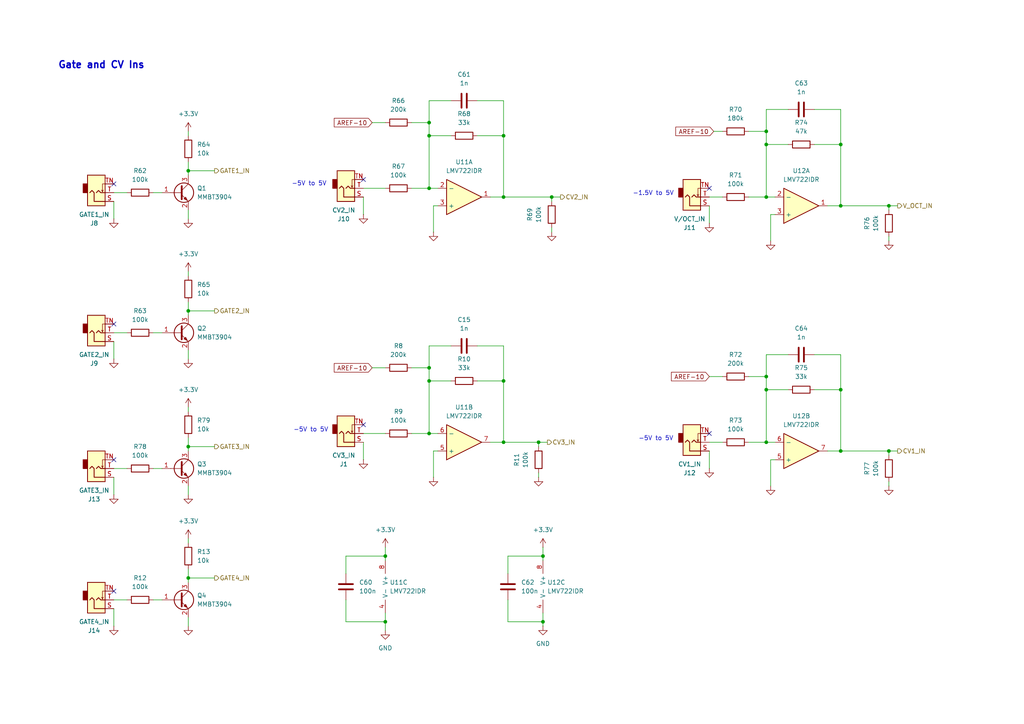
<source format=kicad_sch>
(kicad_sch (version 20250114) (generator "eeschema") (generator_version "9.0")
  (paper "A4")
  (lib_symbols
    (symbol "Connector_Audio:AudioJack2_SwitchT"
      (property "Reference" "J" (at 0 8.89 0))
      (property "Value" "AudioJack2_SwitchT" (at 0 6.35 0))
      (symbol "AudioJack2_SwitchT_0_1"
        (rectangle (start -2.54 0) (end -3.81 -2.54) (stroke (width 0.254)) (fill (type outline)))
        (polyline (pts (xy 0 0) (xy 0.635 -0.635) (xy 1.27 0) (xy 2.54 0)) (stroke (width 0.254)))
        (polyline (pts (xy 1.778 -0.254) (xy 2.032 -0.762)))
        (rectangle (start 2.54 3.81) (end -2.54 -5.08) (stroke (width 0.254)) (fill (type background)))
        (polyline (pts (xy 2.54 2.54) (xy -0.635 2.54) (xy -0.635 0) (xy -1.27 -0.635) (xy -1.905 0)) (stroke (width 0.254)))
        (polyline (pts (xy 2.54 -2.54) (xy 1.778 -2.54) (xy 1.778 -0.254) (xy 1.524 -0.762)))
      )
      (symbol "AudioJack2_SwitchT_1_1"
        (pin passive line (at 5.08 2.54 180) (length 2.54) (name "~") (number "S"))
        (pin passive line (at 5.08 0 180) (length 2.54) (name "~") (number "T"))
        (pin passive line (at 5.08 -2.54 180) (length 2.54) (name "~") (number "TN"))
      )
    )
    (symbol "Device:C" (pin_numbers (hide yes)) (pin_names (offset 0.254))
      (property "Reference" "C" (at 0.635 2.54 0))
      (property "Value" "C" (at 0.635 -2.54 0))
      (symbol "C_0_1"
        (polyline (pts (xy -2.032 0.762) (xy 2.032 0.762)) (stroke (width 0.508)))
        (polyline (pts (xy -2.032 -0.762) (xy 2.032 -0.762)) (stroke (width 0.508)))
      )
      (symbol "C_1_1"
        (pin passive line (at 0 3.81 270) (length 2.794) (name "~") (number "1"))
        (pin passive line (at 0 -3.81 90) (length 2.794) (name "~") (number "2"))
      )
    )
    (symbol "Device:Opamp_Dual"
      (property "Reference" "U" (at 0 5.08 0))
      (property "Value" "Opamp_Dual" (at 0 -5.08 0))
      (symbol "Opamp_Dual_1_1"
        (polyline (pts (xy -5.08 5.08) (xy 5.08 0) (xy -5.08 -5.08) (xy -5.08 5.08)) (stroke (width 0.254)) (fill (type background)))
        (pin input line (at -7.62 2.54 0) (length 2.54) (name "+") (number "3"))
        (pin input line (at -7.62 -2.54 0) (length 2.54) (name "-") (number "2"))
        (pin output line (at 7.62 0 180) (length 2.54) (name "~") (number "1"))
      )
      (symbol "Opamp_Dual_2_1"
        (polyline (pts (xy -5.08 5.08) (xy 5.08 0) (xy -5.08 -5.08) (xy -5.08 5.08)) (stroke (width 0.254)) (fill (type background)))
        (pin input line (at -7.62 2.54 0) (length 2.54) (name "+") (number "5"))
        (pin input line (at -7.62 -2.54 0) (length 2.54) (name "-") (number "6"))
        (pin output line (at 7.62 0 180) (length 2.54) (name "~") (number "7"))
      )
      (symbol "Opamp_Dual_3_1"
        (pin power_in line (at -2.54 7.62 270) (length 3.81) (name "V+") (number "8"))
        (pin power_in line (at -2.54 -7.62 90) (length 3.81) (name "V-") (number "4"))
      )
    )
    (symbol "Device:R" (pin_numbers (hide yes)) (pin_names (offset 0))
      (property "Reference" "R" (at 2.032 0 90))
      (property "Value" "R" (at 0 0 90))
      (symbol "R_0_1"
        (rectangle (start -1.016 -2.54) (end 1.016 2.54) (stroke (width 0.254)))
      )
      (symbol "R_1_1"
        (pin passive line (at 0 3.81 270) (length 1.27) (name "~") (number "1"))
        (pin passive line (at 0 -3.81 90) (length 1.27) (name "~") (number "2"))
      )
    )
    (symbol "Transistor_BJT:MMBT3904" (pin_names (offset 0) (hide yes))
      (property "Reference" "Q" (at 5.08 1.905 0))
      (property "Value" "MMBT3904" (at 5.08 0 0))
      (symbol "MMBT3904_0_1"
        (polyline (pts (xy -2.54 0) (xy 0.635 0)))
        (polyline (pts (xy 0.635 1.905) (xy 0.635 -1.905)) (stroke (width 0.508)))
        (circle (center 1.27 0) (radius 2.8194) (stroke (width 0.254)))
      )
      (symbol "MMBT3904_1_1"
        (polyline (pts (xy 0.635 0.635) (xy 2.54 2.54)))
        (polyline (pts (xy 0.635 -0.635) (xy 2.54 -2.54)))
        (polyline (pts (xy 1.27 -1.778) (xy 1.778 -1.27) (xy 2.286 -2.286) (xy 1.27 -1.778)) (fill (type outline)))
        (pin input line (at -5.08 0 0) (length 2.54) (name "B") (number "1"))
        (pin passive line (at 2.54 5.08 270) (length 2.54) (name "C") (number "3"))
        (pin passive line (at 2.54 -5.08 90) (length 2.54) (name "E") (number "2"))
      )
    )
    (symbol "power:+3.3V" (power) (pin_numbers (hide yes)) (pin_names (offset 0) (hide yes))
      (property "Value" "+3.3V" (at 0 3.556 0))
      (symbol "+3.3V_0_1"
        (polyline (pts (xy -0.762 1.27) (xy 0 2.54)))
        (polyline (pts (xy 0 2.54) (xy 0.762 1.27)))
        (polyline (pts (xy 0 0) (xy 0 2.54)))
      )
      (symbol "+3.3V_1_1"
        (pin power_in line (at 0 0 90) (length 0) (name "~") (number "1"))
      )
    )
    (symbol "power:+3V3" (power) (pin_numbers (hide yes)) (pin_names (offset 0) (hide yes))
      (property "Value" "+3V3" (at 0 3.556 0))
      (symbol "+3V3_0_1"
        (polyline (pts (xy -0.762 1.27) (xy 0 2.54)))
        (polyline (pts (xy 0 2.54) (xy 0.762 1.27)))
        (polyline (pts (xy 0 0) (xy 0 2.54)))
      )
      (symbol "+3V3_1_1"
        (pin power_in line (at 0 0 90) (length 0) (name "~") (number "1"))
      )
    )
    (symbol "power:GND" (power) (pin_numbers (hide yes)) (pin_names (offset 0) (hide yes))
      (property "Value" "GND" (at 0 -3.81 0))
      (symbol "GND_0_1"
        (polyline (pts (xy 0 0) (xy 0 -1.27) (xy 1.27 -1.27) (xy 0 -2.54) (xy -1.27 -1.27) (xy 0 -1.27)))
      )
      (symbol "GND_1_1"
        (pin power_in line (at 0 0 270) (length 0) (name "~") (number "1"))
      )
    )
  )
  (text "-5V to 5V" (at 190.246 127.254 0) (effects (font (size 1.27 1.27))))
  (text "-1.5V to 5V" (at 189.484 56.134 0) (effects (font (size 1.27 1.27))))
  (text "-5V to 5V" (at 90.17 124.714 0) (effects (font (size 1.27 1.27))))
  (text "-5V to 5V" (at 89.662 53.34 0) (effects (font (size 1.27 1.27))))
  (text "Gate and CV Ins" (at 16.764 17.78 0) (effects (font (size 2 2) (thickness 0.4) (bold yes)) (justify left top)))
  (junction (at 243.84 59.69))
  (junction (at 124.46 106.68))
  (junction (at 124.46 125.73))
  (junction (at 146.05 128.27))
  (junction (at 243.84 113.03))
  (junction (at 157.48 161.29))
  (junction (at 243.84 41.91))
  (junction (at 146.05 57.15))
  (junction (at 111.76 180.34))
  (junction (at 257.81 59.69))
  (junction (at 124.46 54.61))
  (junction (at 156.21 128.27))
  (junction (at 146.05 39.37))
  (junction (at 222.25 128.27))
  (junction (at 222.25 38.1))
  (junction (at 54.61 167.64))
  (junction (at 160.02 57.15))
  (junction (at 222.25 41.91))
  (junction (at 146.05 110.49))
  (junction (at 54.61 129.54))
  (junction (at 157.48 180.34))
  (junction (at 222.25 109.22))
  (junction (at 124.46 110.49))
  (junction (at 54.61 90.17))
  (junction (at 111.76 161.29))
  (junction (at 222.25 57.15))
  (junction (at 257.81 130.81))
  (junction (at 124.46 35.56))
  (junction (at 54.61 49.53))
  (junction (at 222.25 113.03))
  (junction (at 243.84 130.81))
  (junction (at 124.46 39.37))
  (no_connect (at 105.41 123.19))
  (no_connect (at 33.02 53.34))
  (no_connect (at 33.02 133.35))
  (no_connect (at 205.74 125.73))
  (no_connect (at 33.02 93.98))
  (no_connect (at 105.41 52.07))
  (no_connect (at 33.02 171.45))
  (no_connect (at 205.74 54.61))
  (wire (pts (xy 124.46 54.61) (xy 124.46 39.37)))
  (wire (pts (xy 111.76 180.34) (xy 111.76 177.8)))
  (wire (pts (xy 243.84 113.03) (xy 243.84 130.81)))
  (wire (pts (xy 100.33 180.34) (xy 111.76 180.34)))
  (wire (pts (xy 146.05 110.49) (xy 146.05 128.27)))
  (wire (pts (xy 156.21 129.54) (xy 156.21 128.27)))
  (wire (pts (xy 257.81 59.69) (xy 260.35 59.69)))
  (wire (pts (xy 33.02 55.88) (xy 36.83 55.88)))
  (wire (pts (xy 54.61 87.63) (xy 54.61 90.17)))
  (wire (pts (xy 107.95 106.68) (xy 111.76 106.68)))
  (wire (pts (xy 222.25 57.15) (xy 222.25 41.91)))
  (wire (pts (xy 157.48 161.29) (xy 157.48 162.56)))
  (wire (pts (xy 236.22 31.75) (xy 243.84 31.75)))
  (wire (pts (xy 54.61 165.1) (xy 54.61 167.64)))
  (wire (pts (xy 111.76 158.75) (xy 111.76 161.29)))
  (wire (pts (xy 156.21 138.43) (xy 156.21 137.16)))
  (wire (pts (xy 54.61 46.99) (xy 54.61 49.53)))
  (wire (pts (xy 243.84 41.91) (xy 243.84 59.69)))
  (wire (pts (xy 228.6 31.75) (xy 222.25 31.75)))
  (wire (pts (xy 146.05 29.21) (xy 146.05 39.37)))
  (wire (pts (xy 142.24 128.27) (xy 146.05 128.27)))
  (wire (pts (xy 130.81 100.33) (xy 124.46 100.33)))
  (wire (pts (xy 222.25 128.27) (xy 222.25 113.03)))
  (wire (pts (xy 100.33 161.29) (xy 111.76 161.29)))
  (wire (pts (xy 217.17 128.27) (xy 222.25 128.27)))
  (wire (pts (xy 105.41 54.61) (xy 111.76 54.61)))
  (wire (pts (xy 54.61 38.1) (xy 54.61 39.37)))
  (wire (pts (xy 223.52 69.85) (xy 223.52 62.23)))
  (wire (pts (xy 119.38 35.56) (xy 124.46 35.56)))
  (wire (pts (xy 157.48 158.75) (xy 157.48 161.29)))
  (wire (pts (xy 205.74 57.15) (xy 209.55 57.15)))
  (wire (pts (xy 222.25 113.03) (xy 228.6 113.03)))
  (wire (pts (xy 107.95 35.56) (xy 111.76 35.56)))
  (wire (pts (xy 33.02 176.53) (xy 33.02 181.61)))
  (wire (pts (xy 217.17 57.15) (xy 222.25 57.15)))
  (wire (pts (xy 124.46 29.21) (xy 124.46 35.56)))
  (wire (pts (xy 147.32 161.29) (xy 157.48 161.29)))
  (wire (pts (xy 105.41 57.15) (xy 105.41 62.23)))
  (wire (pts (xy 124.46 100.33) (xy 124.46 106.68)))
  (wire (pts (xy 138.43 100.33) (xy 146.05 100.33)))
  (wire (pts (xy 236.22 113.03) (xy 243.84 113.03)))
  (wire (pts (xy 157.48 180.34) (xy 157.48 177.8)))
  (wire (pts (xy 44.45 135.89) (xy 46.99 135.89)))
  (wire (pts (xy 207.01 38.1) (xy 209.55 38.1)))
  (wire (pts (xy 156.21 128.27) (xy 158.75 128.27)))
  (wire (pts (xy 160.02 57.15) (xy 162.56 57.15)))
  (wire (pts (xy 111.76 161.29) (xy 111.76 162.56)))
  (wire (pts (xy 130.81 29.21) (xy 124.46 29.21)))
  (wire (pts (xy 222.25 109.22) (xy 222.25 113.03)))
  (wire (pts (xy 54.61 118.11) (xy 54.61 119.38)))
  (wire (pts (xy 54.61 140.97) (xy 54.61 143.51)))
  (wire (pts (xy 124.46 125.73) (xy 127 125.73)))
  (wire (pts (xy 119.38 125.73) (xy 124.46 125.73)))
  (wire (pts (xy 205.74 59.69) (xy 205.74 64.77)))
  (wire (pts (xy 138.43 29.21) (xy 146.05 29.21)))
  (wire (pts (xy 124.46 110.49) (xy 124.46 125.73)))
  (wire (pts (xy 146.05 57.15) (xy 142.24 57.15)))
  (wire (pts (xy 33.02 135.89) (xy 36.83 135.89)))
  (wire (pts (xy 44.45 96.52) (xy 46.99 96.52)))
  (wire (pts (xy 54.61 60.96) (xy 54.61 63.5)))
  (wire (pts (xy 54.61 127) (xy 54.61 129.54)))
  (wire (pts (xy 54.61 167.64) (xy 54.61 168.91)))
  (wire (pts (xy 243.84 102.87) (xy 243.84 113.03)))
  (wire (pts (xy 222.25 102.87) (xy 222.25 109.22)))
  (wire (pts (xy 257.81 69.85) (xy 257.81 68.58)))
  (wire (pts (xy 243.84 130.81) (xy 240.03 130.81)))
  (wire (pts (xy 119.38 54.61) (xy 124.46 54.61)))
  (wire (pts (xy 124.46 35.56) (xy 124.46 39.37)))
  (wire (pts (xy 223.52 133.35) (xy 224.79 133.35)))
  (wire (pts (xy 54.61 179.07) (xy 54.61 181.61)))
  (wire (pts (xy 147.32 173.99) (xy 147.32 180.34)))
  (wire (pts (xy 257.81 130.81) (xy 260.35 130.81)))
  (wire (pts (xy 243.84 31.75) (xy 243.84 41.91)))
  (wire (pts (xy 54.61 129.54) (xy 54.61 130.81)))
  (wire (pts (xy 105.41 128.27) (xy 105.41 133.35)))
  (wire (pts (xy 217.17 38.1) (xy 222.25 38.1)))
  (wire (pts (xy 146.05 39.37) (xy 146.05 57.15)))
  (wire (pts (xy 257.81 130.81) (xy 257.81 132.08)))
  (wire (pts (xy 124.46 39.37) (xy 130.81 39.37)))
  (wire (pts (xy 105.41 125.73) (xy 111.76 125.73)))
  (wire (pts (xy 44.45 173.99) (xy 46.99 173.99)))
  (wire (pts (xy 44.45 55.88) (xy 46.99 55.88)))
  (wire (pts (xy 33.02 138.43) (xy 33.02 143.51)))
  (wire (pts (xy 236.22 102.87) (xy 243.84 102.87)))
  (wire (pts (xy 54.61 101.6) (xy 54.61 104.14)))
  (wire (pts (xy 125.73 59.69) (xy 127 59.69)))
  (wire (pts (xy 236.22 41.91) (xy 243.84 41.91)))
  (wire (pts (xy 243.84 59.69) (xy 240.03 59.69)))
  (wire (pts (xy 125.73 138.43) (xy 125.73 130.81)))
  (wire (pts (xy 222.25 128.27) (xy 224.79 128.27)))
  (wire (pts (xy 138.43 110.49) (xy 146.05 110.49)))
  (wire (pts (xy 54.61 49.53) (xy 62.23 49.53)))
  (wire (pts (xy 160.02 67.31) (xy 160.02 66.04)))
  (wire (pts (xy 217.17 109.22) (xy 222.25 109.22)))
  (wire (pts (xy 54.61 78.74) (xy 54.61 80.01)))
  (wire (pts (xy 54.61 90.17) (xy 54.61 91.44)))
  (wire (pts (xy 54.61 129.54) (xy 62.23 129.54)))
  (wire (pts (xy 33.02 99.06) (xy 33.02 104.14)))
  (wire (pts (xy 147.32 180.34) (xy 157.48 180.34)))
  (wire (pts (xy 124.46 110.49) (xy 130.81 110.49)))
  (wire (pts (xy 257.81 59.69) (xy 257.81 60.96)))
  (wire (pts (xy 243.84 130.81) (xy 257.81 130.81)))
  (wire (pts (xy 100.33 161.29) (xy 100.33 166.37)))
  (wire (pts (xy 222.25 41.91) (xy 228.6 41.91)))
  (wire (pts (xy 125.73 130.81) (xy 127 130.81)))
  (wire (pts (xy 138.43 39.37) (xy 146.05 39.37)))
  (wire (pts (xy 146.05 57.15) (xy 160.02 57.15)))
  (wire (pts (xy 222.25 38.1) (xy 222.25 41.91)))
  (wire (pts (xy 157.48 181.61) (xy 157.48 180.34)))
  (wire (pts (xy 54.61 156.21) (xy 54.61 157.48)))
  (wire (pts (xy 33.02 173.99) (xy 36.83 173.99)))
  (wire (pts (xy 205.74 128.27) (xy 209.55 128.27)))
  (wire (pts (xy 54.61 167.64) (xy 62.23 167.64)))
  (wire (pts (xy 33.02 96.52) (xy 36.83 96.52)))
  (wire (pts (xy 228.6 102.87) (xy 222.25 102.87)))
  (wire (pts (xy 124.46 54.61) (xy 127 54.61)))
  (wire (pts (xy 205.74 109.22) (xy 209.55 109.22)))
  (wire (pts (xy 146.05 128.27) (xy 156.21 128.27)))
  (wire (pts (xy 147.32 161.29) (xy 147.32 166.37)))
  (wire (pts (xy 222.25 57.15) (xy 224.79 57.15)))
  (wire (pts (xy 125.73 67.31) (xy 125.73 59.69)))
  (wire (pts (xy 160.02 58.42) (xy 160.02 57.15)))
  (wire (pts (xy 146.05 100.33) (xy 146.05 110.49)))
  (wire (pts (xy 100.33 173.99) (xy 100.33 180.34)))
  (wire (pts (xy 223.52 140.97) (xy 223.52 133.35)))
  (wire (pts (xy 243.84 59.69) (xy 257.81 59.69)))
  (wire (pts (xy 119.38 106.68) (xy 124.46 106.68)))
  (wire (pts (xy 111.76 182.88) (xy 111.76 180.34)))
  (wire (pts (xy 257.81 140.97) (xy 257.81 139.7)))
  (wire (pts (xy 223.52 62.23) (xy 224.79 62.23)))
  (wire (pts (xy 33.02 58.42) (xy 33.02 63.5)))
  (wire (pts (xy 205.74 130.81) (xy 205.74 135.89)))
  (wire (pts (xy 222.25 31.75) (xy 222.25 38.1)))
  (wire (pts (xy 54.61 49.53) (xy 54.61 50.8)))
  (wire (pts (xy 124.46 106.68) (xy 124.46 110.49)))
  (wire (pts (xy 54.61 90.17) (xy 62.23 90.17)))
  (global_label "AREF-10" (shape input) (at 107.95 106.68 180) (property "Intersheetrefs" "${INTERSHEET_REFS}" (effects (hide yes))))
  (global_label "AREF-10" (shape input) (at 205.74 109.22 180) (property "Intersheetrefs" "${INTERSHEET_REFS}" (effects (hide yes))))
  (global_label "AREF-10" (shape input) (at 107.95 35.56 180) (property "Intersheetrefs" "${INTERSHEET_REFS}" (effects (hide yes))))
  (global_label "AREF-10" (shape input) (at 207.01 38.1 180) (property "Intersheetrefs" "${INTERSHEET_REFS}" (effects (hide yes))))
  (hierarchical_label "GATE4_IN" (shape output) (at 62.23 167.64 0))
  (hierarchical_label "GATE2_IN" (shape output) (at 62.23 90.17 0))
  (hierarchical_label "GATE3_IN" (shape output) (at 62.23 129.54 0))
  (hierarchical_label "V_OCT_IN" (shape output) (at 260.35 59.69 0))
  (hierarchical_label "CV1_IN" (shape output) (at 260.35 130.81 0))
  (hierarchical_label "CV3_IN" (shape output) (at 158.75 128.27 0))
  (hierarchical_label "CV2_IN" (shape output) (at 162.56 57.15 0))
  (hierarchical_label "GATE1_IN" (shape output) (at 62.23 49.53 0))
  (symbol (lib_id "Transistor_BJT:MMBT3904") (at 52.07 96.52 0) (unit 1)
    (property "Reference" "Q2" (at 57.15 95.2499 0) (effects (justify left)))
    (property "Value" "MMBT3904" (at 57.15 97.7899 0) (effects (justify left)))
    (property "Footprint" "Package_TO_SOT_SMD:SOT-23" (effects (hide yes)))
    (property "Datasheet" "https://www.onsemi.com/pdf/datasheet/pzt3904-d.pdf" (effects (hide yes)))
    (property "Description" "0.2A Ic, 40V Vce, Small Signal NPN Transistor, SOT-23" (effects (hide yes)))
    (property "Manufacturer_Name" "Diotec Semiconductor" (effects (hide yes)))
    (property "Manufacturer_Part_Number" "MMBT3904" (effects (hide yes)))
    (property "Mouser Part Number" " 637-MMBT3904 " (effects (hide yes)))
  )
  (symbol (lib_id "power:GND") (at 125.73 138.43 0) (mirror y) (unit 1)
    (property "Reference" "#PWR088" (effects (hide yes)))
    (property "Value" "GND" (effects (hide yes)))
    (property "Description" "Power symbol creates a global label with name \"GND\" , ground" (effects (hide yes)))
  )
  (symbol (lib_id "Connector_Audio:AudioJack2_SwitchT") (at 27.94 96.52 0) (mirror x) (unit 1)
    (property "Reference" "J9" (at 27.305 105.41 0))
    (property "Value" "GATE2_IN" (at 27.305 102.87 0))
    (property "Footprint" "AudioJacks:Jack_3.5mm_QingPu_WQP-PJ398SM_Vertical" (effects (hide yes)))
    (property "Description" "Audio Jack, 2 Poles (Mono / TS), Switched T Pole (Normalling)" (effects (hide yes)))
  )
  (symbol (lib_id "power:GND") (at 157.48 181.61 0) (unit 1)
    (property "Reference" "#PWR099" (effects (hide yes)))
    (property "Value" "GND" (at 157.48 186.69 0))
    (property "Description" "Power symbol creates a global label with name \"GND\" , ground" (effects (hide yes)))
  )
  (symbol (lib_id "Device:C") (at 100.33 170.18 180) (unit 1)
    (property "Reference" "C60" (at 104.14 168.9099 0) (effects (justify right)))
    (property "Value" "100n" (at 104.14 171.4499 0) (effects (justify right)))
    (property "Footprint" "Capacitor_SMD:C_0603_1608Metric" (effects (hide yes)))
    (property "Description" "Unpolarized capacitor" (effects (hide yes)))
    (property "Manufacturer_Name" "KYOCERA AVX " (effects (hide yes)))
    (property "Manufacturer_Part_Number" "KAF15BR72A104KT" (effects (hide yes)))
    (property "Mouser Part Number" "581-KAF15BR72A104KT" (effects (hide yes)))
  )
  (symbol (lib_id "Connector_Audio:AudioJack2_SwitchT") (at 27.94 55.88 0) (mirror x) (unit 1)
    (property "Reference" "J8" (at 27.305 64.77 0))
    (property "Value" "GATE1_IN" (at 27.305 62.23 0))
    (property "Footprint" "AudioJacks:Jack_3.5mm_QingPu_WQP-PJ398SM_Vertical" (effects (hide yes)))
    (property "Description" "Audio Jack, 2 Poles (Mono / TS), Switched T Pole (Normalling)" (effects (hide yes)))
  )
  (symbol (lib_id "Device:Opamp_Dual") (at 134.62 57.15 0) (mirror x) (unit 1)
    (property "Reference" "U11" (at 134.62 46.99 0))
    (property "Value" "LMV722IDR" (at 134.62 49.53 0))
    (property "Footprint" "Eurorack:LMV722IDR" (effects (hide yes)))
    (property "Description" "Dual operational amplifier" (effects (hide yes)))
    (property "Sim.Library" "${KICAD9_SYMBOL_DIR}/Simulation_SPICE.sp" (effects (hide yes)))
    (property "Sim.Name" "kicad_builtin_opamp_dual" (effects (hide yes)))
    (property "Sim.Device" "SUBCKT" (effects (hide yes)))
    (property "Sim.Pins" "1=out1 2=in1- 3=in1+ 4=vee 5=in2+ 6=in2- 7=out2 8=vcc" (effects (hide yes)))
    (property "Manufacturer_Name" "Texas Instruments" (effects (hide yes)))
    (property "Manufacturer_Part_Number" "LMV722IDR " (effects (hide yes)))
    (property "Mouser Part Number" " 595-LMV722IDR" (effects (hide yes)))
  )
  (symbol (lib_id "power:GND") (at 54.61 104.14 0) (mirror y) (unit 1)
    (property "Reference" "#PWR095" (effects (hide yes)))
    (property "Value" "GND" (effects (hide yes)))
    (property "Description" "Power symbol creates a global label with name \"GND\" , ground" (effects (hide yes)))
  )
  (symbol (lib_id "Device:R") (at 232.41 41.91 90) (unit 1)
    (property "Reference" "R74" (at 232.41 35.56 90))
    (property "Value" "47k" (at 232.41 38.1 90))
    (property "Footprint" "Resistor_SMD:R_0603_1608Metric_Pad0.98x0.95mm_HandSolder" (effects (hide yes)))
    (property "Description" "Resistor" (effects (hide yes)))
    (property "Manufacturer_Name" "YAGEO" (effects (hide yes)))
    (property "Manufacturer_Part_Number" "AT0603FRE0747KL" (effects (hide yes)))
    (property "Mouser Part Number" "603-AT0603FRE0747KL" (effects (hide yes)))
  )
  (symbol (lib_id "power:GND") (at 105.41 133.35 0) (mirror y) (unit 1)
    (property "Reference" "#PWR0112" (effects (hide yes)))
    (property "Value" "GND" (effects (hide yes)))
    (property "Description" "Power symbol creates a global label with name \"GND\" , ground" (effects (hide yes)))
  )
  (symbol (lib_id "Device:C") (at 134.62 100.33 90) (unit 1)
    (property "Reference" "C15" (at 134.62 92.71 90))
    (property "Value" "1n" (at 134.62 95.25 90))
    (property "Footprint" "Capacitor_SMD:C_0603_1608Metric" (effects (hide yes)))
    (property "Description" "Unpolarized capacitor" (effects (hide yes)))
    (property "Manufacturer_Name" "Walsin" (effects (hide yes)))
    (property "Manufacturer_Part_Number" "0603N102J100CT " (effects (hide yes)))
    (property "Mouser Part Number" " 791-0603N102J100CT " (effects (hide yes)))
  )
  (symbol (lib_id "Device:R") (at 160.02 62.23 0) (mirror y) (unit 1)
    (property "Reference" "R69" (at 153.67 62.23 90))
    (property "Value" "100k" (at 156.21 62.23 90))
    (property "Footprint" "Resistor_SMD:R_0603_1608Metric_Pad0.98x0.95mm_HandSolder" (effects (hide yes)))
    (property "Description" "Resistor" (effects (hide yes)))
    (property "Manufacturer_Name" "YAGEO" (effects (hide yes)))
    (property "Manufacturer_Part_Number" "RT0603FRE07100KL" (effects (hide yes)))
    (property "Mouser Part Number" "603-RT0603FRE07100KL" (effects (hide yes)))
  )
  (symbol (lib_id "Device:R") (at 40.64 55.88 90) (unit 1)
    (property "Reference" "R62" (at 40.64 49.53 90))
    (property "Value" "100k" (at 40.64 52.07 90))
    (property "Footprint" "Resistor_SMD:R_0603_1608Metric_Pad0.98x0.95mm_HandSolder" (effects (hide yes)))
    (property "Description" "Resistor" (effects (hide yes)))
    (property "Manufacturer_Name" "YAGEO" (effects (hide yes)))
    (property "Manufacturer_Part_Number" "RT0603FRE07100KL" (effects (hide yes)))
    (property "Mouser Part Number" "603-RT0603FRE07100KL" (effects (hide yes)))
  )
  (symbol (lib_id "power:GND") (at 54.61 143.51 0) (mirror y) (unit 1)
    (property "Reference" "#PWR0108" (effects (hide yes)))
    (property "Value" "GND" (effects (hide yes)))
    (property "Description" "Power symbol creates a global label with name \"GND\" , ground" (effects (hide yes)))
  )
  (symbol (lib_id "Device:R") (at 134.62 110.49 90) (unit 1)
    (property "Reference" "R10" (at 134.62 104.14 90))
    (property "Value" "33k" (at 134.62 106.68 90))
    (property "Footprint" "Resistor_SMD:R_0603_1608Metric_Pad0.98x0.95mm_HandSolder" (effects (hide yes)))
    (property "Description" "Resistor" (effects (hide yes)))
    (property "Manufacturer_Name" "SEI Stackpole" (effects (hide yes)))
    (property "Manufacturer_Part_Number" "RMCF0603FT33K0" (effects (hide yes)))
    (property "Mouser Part Number" "708-RMCF0603FT33K0" (effects (hide yes)))
  )
  (symbol (lib_id "power:+3.3V") (at 54.61 78.74 0) (unit 1)
    (property "Reference" "#PWR094" (effects (hide yes)))
    (property "Value" "+3.3V" (at 54.61 73.66 0))
    (property "Description" "Power symbol creates a global label with name \"+3.3V\"" (effects (hide yes)))
  )
  (symbol (lib_id "power:+3.3V") (at 54.61 118.11 0) (unit 1)
    (property "Reference" "#PWR0107" (effects (hide yes)))
    (property "Value" "+3.3V" (at 54.61 113.03 0))
    (property "Description" "Power symbol creates a global label with name \"+3.3V\"" (effects (hide yes)))
  )
  (symbol (lib_id "power:GND") (at 33.02 63.5 0) (mirror y) (unit 1)
    (property "Reference" "#PWR089" (effects (hide yes)))
    (property "Value" "GND" (effects (hide yes)))
    (property "Description" "Power symbol creates a global label with name \"GND\" , ground" (effects (hide yes)))
  )
  (symbol (lib_id "power:+3V3") (at 111.76 158.75 0) (unit 1)
    (property "Reference" "#PWR086" (effects (hide yes)))
    (property "Value" "+3.3V" (at 111.76 153.67 0))
    (property "Description" "Power symbol creates a global label with name \"+3V3\"" (effects (hide yes)))
  )
  (symbol (lib_id "Device:R") (at 54.61 43.18 180) (unit 1)
    (property "Reference" "R64" (at 57.15 41.9099 0) (effects (justify right)))
    (property "Value" "10k" (at 57.15 44.4499 0) (effects (justify right)))
    (property "Footprint" "Resistor_SMD:R_0603_1608Metric_Pad0.98x0.95mm_HandSolder" (effects (hide yes)))
    (property "Description" "Resistor" (effects (hide yes)))
    (property "Manufacturer_Name" "Welwyn Components / TT Electronics" (effects (hide yes)))
    (property "Manufacturer_Part_Number" "WCR0603-10KFA" (effects (hide yes)))
    (property "Mouser Part Number" "756-WCR0603-10KFA" (effects (hide yes)))
  )
  (symbol (lib_id "Device:R") (at 257.81 64.77 0) (mirror y) (unit 1)
    (property "Reference" "R76" (at 251.46 64.77 90))
    (property "Value" "100k" (at 254 64.77 90))
    (property "Footprint" "Resistor_SMD:R_0603_1608Metric_Pad0.98x0.95mm_HandSolder" (effects (hide yes)))
    (property "Description" "Resistor" (effects (hide yes)))
    (property "Manufacturer_Name" "YAGEO" (effects (hide yes)))
    (property "Manufacturer_Part_Number" "RT0603FRE07100KL" (effects (hide yes)))
    (property "Mouser Part Number" "603-RT0603FRE07100KL" (effects (hide yes)))
  )
  (symbol (lib_id "power:GND") (at 205.74 64.77 0) (mirror y) (unit 1)
    (property "Reference" "#PWR0100" (effects (hide yes)))
    (property "Value" "GND" (effects (hide yes)))
    (property "Description" "Power symbol creates a global label with name \"GND\" , ground" (effects (hide yes)))
  )
  (symbol (lib_id "Device:R") (at 213.36 109.22 90) (unit 1)
    (property "Reference" "R72" (at 213.36 102.87 90))
    (property "Value" "200k" (at 213.36 105.41 90))
    (property "Footprint" "Resistor_SMD:R_0603_1608Metric_Pad0.98x0.95mm_HandSolder" (effects (hide yes)))
    (property "Description" "Resistor" (effects (hide yes)))
    (property "Manufacturer_Name" "YAGEO" (effects (hide yes)))
    (property "Manufacturer_Part_Number" "RT0603FRE07200KL" (effects (hide yes)))
    (property "Mouser Part Number" "603-RT0603FRE07200KL" (effects (hide yes)))
  )
  (symbol (lib_id "Device:C") (at 232.41 102.87 90) (unit 1)
    (property "Reference" "C64" (at 232.41 95.25 90))
    (property "Value" "1n" (at 232.41 97.79 90))
    (property "Footprint" "Capacitor_SMD:C_0603_1608Metric" (effects (hide yes)))
    (property "Description" "Unpolarized capacitor" (effects (hide yes)))
    (property "Manufacturer_Name" "Walsin" (effects (hide yes)))
    (property "Manufacturer_Part_Number" "0603N102J100CT " (effects (hide yes)))
    (property "Mouser Part Number" " 791-0603N102J100CT " (effects (hide yes)))
  )
  (symbol (lib_id "power:+3.3V") (at 54.61 38.1 0) (unit 1)
    (property "Reference" "#PWR092" (effects (hide yes)))
    (property "Value" "+3.3V" (at 54.61 33.02 0))
    (property "Description" "Power symbol creates a global label with name \"+3.3V\"" (effects (hide yes)))
  )
  (symbol (lib_id "Device:Opamp_Dual") (at 114.3 170.18 0) (unit 3)
    (property "Reference" "U11" (at 113.03 168.9099 0) (effects (justify left)))
    (property "Value" "LMV722IDR" (at 113.03 171.4499 0) (effects (justify left)))
    (property "Footprint" "Eurorack:LMV722IDR" (effects (hide yes)))
    (property "Description" "Dual operational amplifier" (effects (hide yes)))
    (property "Sim.Library" "${KICAD9_SYMBOL_DIR}/Simulation_SPICE.sp" (effects (hide yes)))
    (property "Sim.Name" "kicad_builtin_opamp_dual" (effects (hide yes)))
    (property "Sim.Device" "SUBCKT" (effects (hide yes)))
    (property "Sim.Pins" "1=out1 2=in1- 3=in1+ 4=vee 5=in2+ 6=in2- 7=out2 8=vcc" (effects (hide yes)))
    (property "Manufacturer_Name" "Texas Instruments" (effects (hide yes)))
    (property "Manufacturer_Part_Number" "LMV722IDR " (effects (hide yes)))
    (property "Mouser Part Number" " 595-LMV722IDR" (effects (hide yes)))
  )
  (symbol (lib_id "Device:R") (at 213.36 57.15 90) (unit 1)
    (property "Reference" "R71" (at 213.36 50.8 90))
    (property "Value" "100k" (at 213.36 53.34 90))
    (property "Footprint" "Resistor_SMD:R_0603_1608Metric_Pad0.98x0.95mm_HandSolder" (effects (hide yes)))
    (property "Description" "Resistor" (effects (hide yes)))
    (property "Manufacturer_Name" "YAGEO" (effects (hide yes)))
    (property "Manufacturer_Part_Number" "RT0603FRE07100KL" (effects (hide yes)))
    (property "Mouser Part Number" "603-RT0603FRE07100KL" (effects (hide yes)))
  )
  (symbol (lib_id "Device:R") (at 115.57 125.73 90) (unit 1)
    (property "Reference" "R9" (at 115.57 119.38 90))
    (property "Value" "100k" (at 115.57 121.92 90))
    (property "Footprint" "Resistor_SMD:R_0603_1608Metric_Pad0.98x0.95mm_HandSolder" (effects (hide yes)))
    (property "Description" "Resistor" (effects (hide yes)))
    (property "Manufacturer_Name" "YAGEO" (effects (hide yes)))
    (property "Manufacturer_Part_Number" "RT0603FRE07100KL" (effects (hide yes)))
    (property "Mouser Part Number" "603-RT0603FRE07100KL" (effects (hide yes)))
  )
  (symbol (lib_id "Device:R") (at 54.61 161.29 180) (unit 1)
    (property "Reference" "R13" (at 57.15 160.0199 0) (effects (justify right)))
    (property "Value" "10k" (at 57.15 162.5599 0) (effects (justify right)))
    (property "Footprint" "Resistor_SMD:R_0603_1608Metric_Pad0.98x0.95mm_HandSolder" (effects (hide yes)))
    (property "Description" "Resistor" (effects (hide yes)))
    (property "Manufacturer_Name" "Welwyn Components / TT Electronics" (effects (hide yes)))
    (property "Manufacturer_Part_Number" "WCR0603-10KFA" (effects (hide yes)))
    (property "Mouser Part Number" "756-WCR0603-10KFA" (effects (hide yes)))
  )
  (symbol (lib_id "power:GND") (at 223.52 69.85 0) (mirror y) (unit 1)
    (property "Reference" "#PWR0102" (effects (hide yes)))
    (property "Value" "GND" (effects (hide yes)))
    (property "Description" "Power symbol creates a global label with name \"GND\" , ground" (effects (hide yes)))
  )
  (symbol (lib_id "power:GND") (at 54.61 63.5 0) (mirror y) (unit 1)
    (property "Reference" "#PWR093" (effects (hide yes)))
    (property "Value" "GND" (effects (hide yes)))
    (property "Description" "Power symbol creates a global label with name \"GND\" , ground" (effects (hide yes)))
  )
  (symbol (lib_id "Connector_Audio:AudioJack2_SwitchT") (at 200.66 128.27 0) (mirror x) (unit 1)
    (property "Reference" "J12" (at 200.025 137.16 0))
    (property "Value" "CV1_IN" (at 200.025 134.62 0))
    (property "Footprint" "AudioJacks:Jack_3.5mm_QingPu_WQP-PJ398SM_Vertical" (effects (hide yes)))
    (property "Description" "Audio Jack, 2 Poles (Mono / TS), Switched T Pole (Normalling)" (effects (hide yes)))
  )
  (symbol (lib_id "Device:R") (at 134.62 39.37 90) (unit 1)
    (property "Reference" "R68" (at 134.62 33.02 90))
    (property "Value" "33k" (at 134.62 35.56 90))
    (property "Footprint" "Resistor_SMD:R_0603_1608Metric_Pad0.98x0.95mm_HandSolder" (effects (hide yes)))
    (property "Description" "Resistor" (effects (hide yes)))
    (property "Manufacturer_Name" "SEI Stackpole" (effects (hide yes)))
    (property "Manufacturer_Part_Number" "RMCF0603FT33K0" (effects (hide yes)))
    (property "Mouser Part Number" "708-RMCF0603FT33K0" (effects (hide yes)))
  )
  (symbol (lib_id "Connector_Audio:AudioJack2_SwitchT") (at 100.33 125.73 0) (mirror x) (unit 1)
    (property "Reference" "J1" (at 99.695 134.62 0))
    (property "Value" "CV3_IN" (at 99.695 132.08 0))
    (property "Footprint" "AudioJacks:Jack_3.5mm_QingPu_WQP-PJ398SM_Vertical" (effects (hide yes)))
    (property "Description" "Audio Jack, 2 Poles (Mono / TS), Switched T Pole (Normalling)" (effects (hide yes)))
  )
  (symbol (lib_id "Connector_Audio:AudioJack2_SwitchT") (at 200.66 57.15 0) (mirror x) (unit 1)
    (property "Reference" "J11" (at 200.025 66.04 0))
    (property "Value" "V/OCT_IN" (at 200.025 63.5 0))
    (property "Footprint" "AudioJacks:Jack_3.5mm_QingPu_WQP-PJ398SM_Vertical" (effects (hide yes)))
    (property "Description" "Audio Jack, 2 Poles (Mono / TS), Switched T Pole (Normalling)" (effects (hide yes)))
  )
  (symbol (lib_id "power:GND") (at 257.81 140.97 0) (mirror y) (unit 1)
    (property "Reference" "#PWR0105" (effects (hide yes)))
    (property "Value" "GND" (effects (hide yes)))
    (property "Description" "Power symbol creates a global label with name \"GND\" , ground" (effects (hide yes)))
  )
  (symbol (lib_id "Device:R") (at 213.36 128.27 90) (unit 1)
    (property "Reference" "R73" (at 213.36 121.92 90))
    (property "Value" "100k" (at 213.36 124.46 90))
    (property "Footprint" "Resistor_SMD:R_0603_1608Metric_Pad0.98x0.95mm_HandSolder" (effects (hide yes)))
    (property "Description" "Resistor" (effects (hide yes)))
    (property "Manufacturer_Name" "YAGEO" (effects (hide yes)))
    (property "Manufacturer_Part_Number" "RT0603FRE07100KL" (effects (hide yes)))
    (property "Mouser Part Number" "603-RT0603FRE07100KL" (effects (hide yes)))
  )
  (symbol (lib_id "power:GND") (at 33.02 181.61 0) (mirror y) (unit 1)
    (property "Reference" "#PWR0114" (effects (hide yes)))
    (property "Value" "GND" (effects (hide yes)))
    (property "Description" "Power symbol creates a global label with name \"GND\" , ground" (effects (hide yes)))
  )
  (symbol (lib_id "Connector_Audio:AudioJack2_SwitchT") (at 27.94 173.99 0) (mirror x) (unit 1)
    (property "Reference" "J14" (at 27.305 182.88 0))
    (property "Value" "GATE4_IN" (at 27.305 180.34 0))
    (property "Footprint" "AudioJacks:Jack_3.5mm_QingPu_WQP-PJ398SM_Vertical" (effects (hide yes)))
    (property "Description" "Audio Jack, 2 Poles (Mono / TS), Switched T Pole (Normalling)" (effects (hide yes)))
  )
  (symbol (lib_id "power:GND") (at 125.73 67.31 0) (mirror y) (unit 1)
    (property "Reference" "#PWR096" (effects (hide yes)))
    (property "Value" "GND" (effects (hide yes)))
    (property "Description" "Power symbol creates a global label with name \"GND\" , ground" (effects (hide yes)))
  )
  (symbol (lib_id "Connector_Audio:AudioJack2_SwitchT") (at 27.94 135.89 0) (mirror x) (unit 1)
    (property "Reference" "J13" (at 27.305 144.78 0))
    (property "Value" "GATE3_IN" (at 27.305 142.24 0))
    (property "Footprint" "AudioJacks:Jack_3.5mm_QingPu_WQP-PJ398SM_Vertical" (effects (hide yes)))
    (property "Description" "Audio Jack, 2 Poles (Mono / TS), Switched T Pole (Normalling)" (effects (hide yes)))
  )
  (symbol (lib_id "Device:Opamp_Dual") (at 134.62 128.27 0) (mirror x) (unit 2)
    (property "Reference" "U11" (at 134.62 118.11 0))
    (property "Value" "LMV722IDR" (at 134.62 120.65 0))
    (property "Footprint" "Eurorack:LMV722IDR" (effects (hide yes)))
    (property "Description" "Dual operational amplifier" (effects (hide yes)))
    (property "Sim.Library" "${KICAD9_SYMBOL_DIR}/Simulation_SPICE.sp" (effects (hide yes)))
    (property "Sim.Name" "kicad_builtin_opamp_dual" (effects (hide yes)))
    (property "Sim.Device" "SUBCKT" (effects (hide yes)))
    (property "Sim.Pins" "1=out1 2=in1- 3=in1+ 4=vee 5=in2+ 6=in2- 7=out2 8=vcc" (effects (hide yes)))
    (property "Manufacturer_Name" "Texas Instruments" (effects (hide yes)))
    (property "Manufacturer_Part_Number" "LMV722IDR " (effects (hide yes)))
    (property "Mouser Part Number" " 595-LMV722IDR" (effects (hide yes)))
  )
  (symbol (lib_id "Connector_Audio:AudioJack2_SwitchT") (at 100.33 54.61 0) (mirror x) (unit 1)
    (property "Reference" "J10" (at 99.695 63.5 0))
    (property "Value" "CV2_IN" (at 99.695 60.96 0))
    (property "Footprint" "AudioJacks:Jack_3.5mm_QingPu_WQP-PJ398SM_Vertical" (effects (hide yes)))
    (property "Description" "Audio Jack, 2 Poles (Mono / TS), Switched T Pole (Normalling)" (effects (hide yes)))
  )
  (symbol (lib_id "power:+3V3") (at 157.48 158.75 0) (unit 1)
    (property "Reference" "#PWR098" (effects (hide yes)))
    (property "Value" "+3.3V" (at 157.48 153.67 0))
    (property "Description" "Power symbol creates a global label with name \"+3V3\"" (effects (hide yes)))
  )
  (symbol (lib_id "Device:R") (at 54.61 83.82 180) (unit 1)
    (property "Reference" "R65" (at 57.15 82.5499 0) (effects (justify right)))
    (property "Value" "10k" (at 57.15 85.0899 0) (effects (justify right)))
    (property "Footprint" "Resistor_SMD:R_0603_1608Metric_Pad0.98x0.95mm_HandSolder" (effects (hide yes)))
    (property "Description" "Resistor" (effects (hide yes)))
    (property "Manufacturer_Name" "Welwyn Components / TT Electronics" (effects (hide yes)))
    (property "Manufacturer_Part_Number" "WCR0603-10KFA" (effects (hide yes)))
    (property "Mouser Part Number" "756-WCR0603-10KFA" (effects (hide yes)))
  )
  (symbol (lib_id "Transistor_BJT:MMBT3904") (at 52.07 135.89 0) (unit 1)
    (property "Reference" "Q3" (at 57.15 134.6199 0) (effects (justify left)))
    (property "Value" "MMBT3904" (at 57.15 137.1599 0) (effects (justify left)))
    (property "Footprint" "Package_TO_SOT_SMD:SOT-23" (effects (hide yes)))
    (property "Datasheet" "https://www.onsemi.com/pdf/datasheet/pzt3904-d.pdf" (effects (hide yes)))
    (property "Description" "0.2A Ic, 40V Vce, Small Signal NPN Transistor, SOT-23" (effects (hide yes)))
    (property "Manufacturer_Name" "Diotec Semiconductor" (effects (hide yes)))
    (property "Manufacturer_Part_Number" "MMBT3904" (effects (hide yes)))
    (property "Mouser Part Number" " 637-MMBT3904 " (effects (hide yes)))
  )
  (symbol (lib_id "Device:R") (at 40.64 96.52 90) (unit 1)
    (property "Reference" "R63" (at 40.64 90.17 90))
    (property "Value" "100k" (at 40.64 92.71 90))
    (property "Footprint" "Resistor_SMD:R_0603_1608Metric_Pad0.98x0.95mm_HandSolder" (effects (hide yes)))
    (property "Description" "Resistor" (effects (hide yes)))
    (property "Manufacturer_Name" "YAGEO" (effects (hide yes)))
    (property "Manufacturer_Part_Number" "RT0603FRE07100KL" (effects (hide yes)))
    (property "Mouser Part Number" "603-RT0603FRE07100KL" (effects (hide yes)))
  )
  (symbol (lib_id "power:GND") (at 54.61 181.61 0) (mirror y) (unit 1)
    (property "Reference" "#PWR0116" (effects (hide yes)))
    (property "Value" "GND" (effects (hide yes)))
    (property "Description" "Power symbol creates a global label with name \"GND\" , ground" (effects (hide yes)))
  )
  (symbol (lib_id "Device:Opamp_Dual") (at 160.02 170.18 0) (unit 3)
    (property "Reference" "U12" (at 158.75 168.9099 0) (effects (justify left)))
    (property "Value" "LMV722IDR" (at 158.75 171.4499 0) (effects (justify left)))
    (property "Footprint" "Eurorack:LMV722IDR" (effects (hide yes)))
    (property "Description" "Dual operational amplifier" (effects (hide yes)))
    (property "Sim.Library" "${KICAD9_SYMBOL_DIR}/Simulation_SPICE.sp" (effects (hide yes)))
    (property "Sim.Name" "kicad_builtin_opamp_dual" (effects (hide yes)))
    (property "Sim.Device" "SUBCKT" (effects (hide yes)))
    (property "Sim.Pins" "1=out1 2=in1- 3=in1+ 4=vee 5=in2+ 6=in2- 7=out2 8=vcc" (effects (hide yes)))
    (property "Manufacturer_Name" "Texas Instruments" (effects (hide yes)))
    (property "Manufacturer_Part_Number" "LMV722IDR " (effects (hide yes)))
    (property "Mouser Part Number" " 595-LMV722IDR" (effects (hide yes)))
  )
  (symbol (lib_id "Device:R") (at 115.57 35.56 90) (unit 1)
    (property "Reference" "R66" (at 115.57 29.21 90))
    (property "Value" "200k" (at 115.57 31.75 90))
    (property "Footprint" "Resistor_SMD:R_0603_1608Metric_Pad0.98x0.95mm_HandSolder" (effects (hide yes)))
    (property "Description" "Resistor" (effects (hide yes)))
    (property "Manufacturer_Name" "YAGEO" (effects (hide yes)))
    (property "Manufacturer_Part_Number" "RT0603FRE07200KL" (effects (hide yes)))
    (property "Mouser Part Number" "603-RT0603FRE07200KL" (effects (hide yes)))
  )
  (symbol (lib_id "Device:R") (at 40.64 173.99 90) (unit 1)
    (property "Reference" "R12" (at 40.64 167.64 90))
    (property "Value" "100k" (at 40.64 170.18 90))
    (property "Footprint" "Resistor_SMD:R_0603_1608Metric_Pad0.98x0.95mm_HandSolder" (effects (hide yes)))
    (property "Description" "Resistor" (effects (hide yes)))
    (property "Manufacturer_Name" "YAGEO" (effects (hide yes)))
    (property "Manufacturer_Part_Number" "RT0603FRE07100KL" (effects (hide yes)))
    (property "Mouser Part Number" "603-RT0603FRE07100KL" (effects (hide yes)))
  )
  (symbol (lib_id "power:GND") (at 205.74 135.89 0) (mirror y) (unit 1)
    (property "Reference" "#PWR0101" (effects (hide yes)))
    (property "Value" "GND" (effects (hide yes)))
    (property "Description" "Power symbol creates a global label with name \"GND\" , ground" (effects (hide yes)))
  )
  (symbol (lib_id "Transistor_BJT:MMBT3904") (at 52.07 173.99 0) (unit 1)
    (property "Reference" "Q4" (at 57.15 172.7199 0) (effects (justify left)))
    (property "Value" "MMBT3904" (at 57.15 175.2599 0) (effects (justify left)))
    (property "Footprint" "Package_TO_SOT_SMD:SOT-23" (effects (hide yes)))
    (property "Datasheet" "https://www.onsemi.com/pdf/datasheet/pzt3904-d.pdf" (effects (hide yes)))
    (property "Description" "0.2A Ic, 40V Vce, Small Signal NPN Transistor, SOT-23" (effects (hide yes)))
    (property "Manufacturer_Name" "Diotec Semiconductor" (effects (hide yes)))
    (property "Manufacturer_Part_Number" "MMBT3904" (effects (hide yes)))
    (property "Mouser Part Number" " 637-MMBT3904 " (effects (hide yes)))
  )
  (symbol (lib_id "Device:C") (at 147.32 170.18 180) (unit 1)
    (property "Reference" "C62" (at 151.13 168.9099 0) (effects (justify right)))
    (property "Value" "100n" (at 151.13 171.4499 0) (effects (justify right)))
    (property "Footprint" "Capacitor_SMD:C_0603_1608Metric" (effects (hide yes)))
    (property "Description" "Unpolarized capacitor" (effects (hide yes)))
    (property "Manufacturer_Name" "KYOCERA AVX " (effects (hide yes)))
    (property "Manufacturer_Part_Number" "KAF15BR72A104KT" (effects (hide yes)))
    (property "Mouser Part Number" "581-KAF15BR72A104KT" (effects (hide yes)))
  )
  (symbol (lib_id "Device:R") (at 232.41 113.03 90) (unit 1)
    (property "Reference" "R75" (at 232.41 106.68 90))
    (property "Value" "33k" (at 232.41 109.22 90))
    (property "Footprint" "Resistor_SMD:R_0603_1608Metric_Pad0.98x0.95mm_HandSolder" (effects (hide yes)))
    (property "Description" "Resistor" (effects (hide yes)))
    (property "Manufacturer_Name" "SEI Stackpole" (effects (hide yes)))
    (property "Manufacturer_Part_Number" "RMCF0603FT33K0" (effects (hide yes)))
    (property "Mouser Part Number" "708-RMCF0603FT33K0" (effects (hide yes)))
  )
  (symbol (lib_id "Transistor_BJT:MMBT3904") (at 52.07 55.88 0) (unit 1)
    (property "Reference" "Q1" (at 57.15 54.6099 0) (effects (justify left)))
    (property "Value" "MMBT3904" (at 57.15 57.1499 0) (effects (justify left)))
    (property "Footprint" "Package_TO_SOT_SMD:SOT-23" (effects (hide yes)))
    (property "Datasheet" "https://www.onsemi.com/pdf/datasheet/pzt3904-d.pdf" (effects (hide yes)))
    (property "Description" "0.2A Ic, 40V Vce, Small Signal NPN Transistor, SOT-23" (effects (hide yes)))
    (property "Manufacturer_Name" "Diotec Semiconductor" (effects (hide yes)))
    (property "Manufacturer_Part_Number" "MMBT3904" (effects (hide yes)))
    (property "Mouser Part Number" " 637-MMBT3904 " (effects (hide yes)))
  )
  (symbol (lib_id "Device:C") (at 134.62 29.21 90) (unit 1)
    (property "Reference" "C61" (at 134.62 21.59 90))
    (property "Value" "1n" (at 134.62 24.13 90))
    (property "Footprint" "Capacitor_SMD:C_0603_1608Metric" (effects (hide yes)))
    (property "Description" "Unpolarized capacitor" (effects (hide yes)))
    (property "Manufacturer_Name" "Walsin" (effects (hide yes)))
    (property "Manufacturer_Part_Number" "0603N102J100CT " (effects (hide yes)))
    (property "Mouser Part Number" " 791-0603N102J100CT " (effects (hide yes)))
  )
  (symbol (lib_id "power:GND") (at 156.21 138.43 0) (mirror y) (unit 1)
    (property "Reference" "#PWR0113" (effects (hide yes)))
    (property "Value" "GND" (effects (hide yes)))
    (property "Description" "Power symbol creates a global label with name \"GND\" , ground" (effects (hide yes)))
  )
  (symbol (lib_id "power:+3.3V") (at 54.61 156.21 0) (unit 1)
    (property "Reference" "#PWR0115" (effects (hide yes)))
    (property "Value" "+3.3V" (at 54.61 151.13 0))
    (property "Description" "Power symbol creates a global label with name \"+3.3V\"" (effects (hide yes)))
  )
  (symbol (lib_id "power:GND") (at 33.02 104.14 0) (mirror y) (unit 1)
    (property "Reference" "#PWR090" (effects (hide yes)))
    (property "Value" "GND" (effects (hide yes)))
    (property "Description" "Power symbol creates a global label with name \"GND\" , ground" (effects (hide yes)))
  )
  (symbol (lib_id "power:GND") (at 105.41 62.23 0) (mirror y) (unit 1)
    (property "Reference" "#PWR091" (effects (hide yes)))
    (property "Value" "GND" (effects (hide yes)))
    (property "Description" "Power symbol creates a global label with name \"GND\" , ground" (effects (hide yes)))
  )
  (symbol (lib_id "Device:R") (at 115.57 106.68 90) (unit 1)
    (property "Reference" "R8" (at 115.57 100.33 90))
    (property "Value" "200k" (at 115.57 102.87 90))
    (property "Footprint" "Resistor_SMD:R_0603_1608Metric_Pad0.98x0.95mm_HandSolder" (effects (hide yes)))
    (property "Description" "Resistor" (effects (hide yes)))
    (property "Manufacturer_Name" "YAGEO" (effects (hide yes)))
    (property "Manufacturer_Part_Number" "RT0603FRE07200KL" (effects (hide yes)))
    (property "Mouser Part Number" "603-RT0603FRE07200KL" (effects (hide yes)))
  )
  (symbol (lib_id "Device:R") (at 213.36 38.1 90) (unit 1)
    (property "Reference" "R70" (at 213.36 31.75 90))
    (property "Value" "180k" (at 213.36 34.29 90))
    (property "Footprint" "Resistor_SMD:R_0603_1608Metric_Pad0.98x0.95mm_HandSolder" (effects (hide yes)))
    (property "Description" "Resistor" (effects (hide yes)))
    (property "Manufacturer_Name" "YAGEO" (effects (hide yes)))
    (property "Manufacturer_Part_Number" "RE0603FRE07180KL" (effects (hide yes)))
    (property "Mouser Part Number" "603-RE0603FRE07180KL" (effects (hide yes)))
  )
  (symbol (lib_id "Device:Opamp_Dual") (at 232.41 59.69 0) (mirror x) (unit 1)
    (property "Reference" "U12" (at 232.41 49.53 0))
    (property "Value" "LMV722IDR" (at 232.41 52.07 0))
    (property "Footprint" "Eurorack:LMV722IDR" (effects (hide yes)))
    (property "Description" "Dual operational amplifier" (effects (hide yes)))
    (property "Sim.Library" "${KICAD9_SYMBOL_DIR}/Simulation_SPICE.sp" (effects (hide yes)))
    (property "Sim.Name" "kicad_builtin_opamp_dual" (effects (hide yes)))
    (property "Sim.Device" "SUBCKT" (effects (hide yes)))
    (property "Sim.Pins" "1=out1 2=in1- 3=in1+ 4=vee 5=in2+ 6=in2- 7=out2 8=vcc" (effects (hide yes)))
    (property "Manufacturer_Name" "Texas Instruments" (effects (hide yes)))
    (property "Manufacturer_Part_Number" "LMV722IDR " (effects (hide yes)))
    (property "Mouser Part Number" " 595-LMV722IDR" (effects (hide yes)))
  )
  (symbol (lib_id "Device:R") (at 40.64 135.89 90) (unit 1)
    (property "Reference" "R78" (at 40.64 129.54 90))
    (property "Value" "100k" (at 40.64 132.08 90))
    (property "Footprint" "Resistor_SMD:R_0603_1608Metric_Pad0.98x0.95mm_HandSolder" (effects (hide yes)))
    (property "Description" "Resistor" (effects (hide yes)))
    (property "Manufacturer_Name" "YAGEO" (effects (hide yes)))
    (property "Manufacturer_Part_Number" "RT0603FRE07100KL" (effects (hide yes)))
    (property "Mouser Part Number" "603-RT0603FRE07100KL" (effects (hide yes)))
  )
  (symbol (lib_id "Device:R") (at 156.21 133.35 0) (mirror y) (unit 1)
    (property "Reference" "R11" (at 149.86 133.35 90))
    (property "Value" "100k" (at 152.4 133.35 90))
    (property "Footprint" "Resistor_SMD:R_0603_1608Metric_Pad0.98x0.95mm_HandSolder" (effects (hide yes)))
    (property "Description" "Resistor" (effects (hide yes)))
    (property "Manufacturer_Name" "YAGEO" (effects (hide yes)))
    (property "Manufacturer_Part_Number" "RT0603FRE07100KL" (effects (hide yes)))
    (property "Mouser Part Number" "603-RT0603FRE07100KL" (effects (hide yes)))
  )
  (symbol (lib_id "Device:C") (at 232.41 31.75 90) (unit 1)
    (property "Reference" "C63" (at 232.41 24.13 90))
    (property "Value" "1n" (at 232.41 26.67 90))
    (property "Footprint" "Capacitor_SMD:C_0603_1608Metric" (effects (hide yes)))
    (property "Description" "Unpolarized capacitor" (effects (hide yes)))
    (property "Manufacturer_Name" "Walsin" (effects (hide yes)))
    (property "Manufacturer_Part_Number" "0603N102J100CT " (effects (hide yes)))
    (property "Mouser Part Number" " 791-0603N102J100CT " (effects (hide yes)))
  )
  (symbol (lib_id "Device:R") (at 54.61 123.19 180) (unit 1)
    (property "Reference" "R79" (at 57.15 121.9199 0) (effects (justify right)))
    (property "Value" "10k" (at 57.15 124.4599 0) (effects (justify right)))
    (property "Footprint" "Resistor_SMD:R_0603_1608Metric_Pad0.98x0.95mm_HandSolder" (effects (hide yes)))
    (property "Description" "Resistor" (effects (hide yes)))
    (property "Manufacturer_Name" "Welwyn Components / TT Electronics" (effects (hide yes)))
    (property "Manufacturer_Part_Number" "WCR0603-10KFA" (effects (hide yes)))
    (property "Mouser Part Number" "756-WCR0603-10KFA" (effects (hide yes)))
  )
  (symbol (lib_id "Device:R") (at 115.57 54.61 90) (unit 1)
    (property "Reference" "R67" (at 115.57 48.26 90))
    (property "Value" "100k" (at 115.57 50.8 90))
    (property "Footprint" "Resistor_SMD:R_0603_1608Metric_Pad0.98x0.95mm_HandSolder" (effects (hide yes)))
    (property "Description" "Resistor" (effects (hide yes)))
    (property "Manufacturer_Name" "YAGEO" (effects (hide yes)))
    (property "Manufacturer_Part_Number" "RT0603FRE07100KL" (effects (hide yes)))
    (property "Mouser Part Number" "603-RT0603FRE07100KL" (effects (hide yes)))
  )
  (symbol (lib_id "power:GND") (at 257.81 69.85 0) (mirror y) (unit 1)
    (property "Reference" "#PWR0104" (effects (hide yes)))
    (property "Value" "GND" (effects (hide yes)))
    (property "Description" "Power symbol creates a global label with name \"GND\" , ground" (effects (hide yes)))
  )
  (symbol (lib_id "power:GND") (at 223.52 140.97 0) (mirror y) (unit 1)
    (property "Reference" "#PWR0103" (effects (hide yes)))
    (property "Value" "GND" (effects (hide yes)))
    (property "Description" "Power symbol creates a global label with name \"GND\" , ground" (effects (hide yes)))
  )
  (symbol (lib_id "power:GND") (at 160.02 67.31 0) (mirror y) (unit 1)
    (property "Reference" "#PWR097" (effects (hide yes)))
    (property "Value" "GND" (effects (hide yes)))
    (property "Description" "Power symbol creates a global label with name \"GND\" , ground" (effects (hide yes)))
  )
  (symbol (lib_id "power:GND") (at 33.02 143.51 0) (mirror y) (unit 1)
    (property "Reference" "#PWR0106" (effects (hide yes)))
    (property "Value" "GND" (effects (hide yes)))
    (property "Description" "Power symbol creates a global label with name \"GND\" , ground" (effects (hide yes)))
  )
  (symbol (lib_id "Device:R") (at 257.81 135.89 0) (mirror y) (unit 1)
    (property "Reference" "R77" (at 251.46 135.89 90))
    (property "Value" "100k" (at 254 135.89 90))
    (property "Footprint" "Resistor_SMD:R_0603_1608Metric_Pad0.98x0.95mm_HandSolder" (effects (hide yes)))
    (property "Description" "Resistor" (effects (hide yes)))
    (property "Manufacturer_Name" "YAGEO" (effects (hide yes)))
    (property "Manufacturer_Part_Number" "RT0603FRE07100KL" (effects (hide yes)))
    (property "Mouser Part Number" "603-RT0603FRE07100KL" (effects (hide yes)))
  )
  (symbol (lib_id "power:GND") (at 111.76 182.88 0) (unit 1)
    (property "Reference" "#PWR087" (effects (hide yes)))
    (property "Value" "GND" (at 111.76 187.96 0))
    (property "Description" "Power symbol creates a global label with name \"GND\" , ground" (effects (hide yes)))
  )
  (symbol (lib_id "Device:Opamp_Dual") (at 232.41 130.81 0) (mirror x) (unit 2)
    (property "Reference" "U12" (at 232.41 120.65 0))
    (property "Value" "LMV722IDR" (at 232.41 123.19 0))
    (property "Footprint" "Eurorack:LMV722IDR" (effects (hide yes)))
    (property "Description" "Dual operational amplifier" (effects (hide yes)))
    (property "Sim.Library" "${KICAD9_SYMBOL_DIR}/Simulation_SPICE.sp" (effects (hide yes)))
    (property "Sim.Name" "kicad_builtin_opamp_dual" (effects (hide yes)))
    (property "Sim.Device" "SUBCKT" (effects (hide yes)))
    (property "Sim.Pins" "1=out1 2=in1- 3=in1+ 4=vee 5=in2+ 6=in2- 7=out2 8=vcc" (effects (hide yes)))
    (property "Manufacturer_Name" "Texas Instruments" (effects (hide yes)))
    (property "Manufacturer_Part_Number" "LMV722IDR " (effects (hide yes)))
    (property "Mouser Part Number" " 595-LMV722IDR" (effects (hide yes)))
  )
)
</source>
